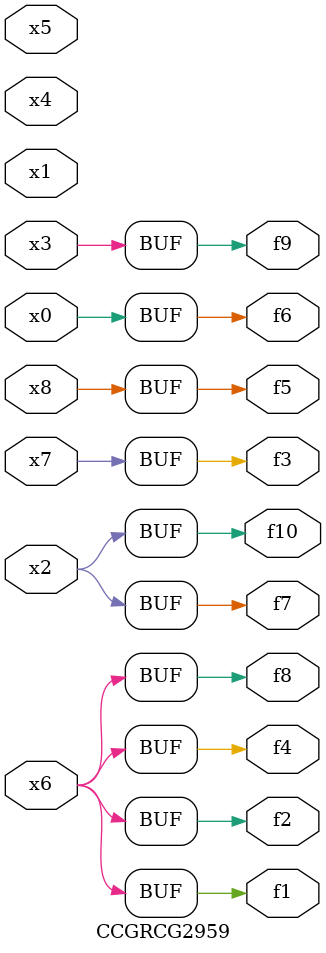
<source format=v>
module CCGRCG2959(
	input x0, x1, x2, x3, x4, x5, x6, x7, x8,
	output f1, f2, f3, f4, f5, f6, f7, f8, f9, f10
);
	assign f1 = x6;
	assign f2 = x6;
	assign f3 = x7;
	assign f4 = x6;
	assign f5 = x8;
	assign f6 = x0;
	assign f7 = x2;
	assign f8 = x6;
	assign f9 = x3;
	assign f10 = x2;
endmodule

</source>
